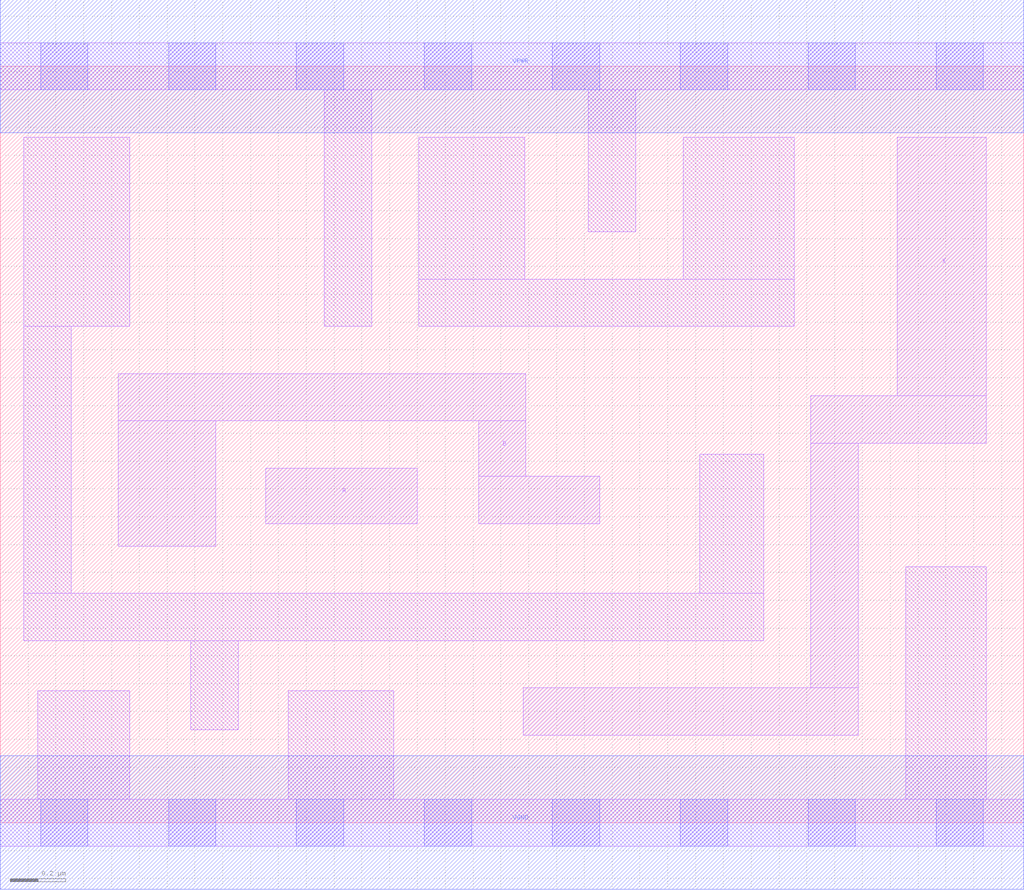
<source format=lef>
# Copyright 2020 The SkyWater PDK Authors
#
# Licensed under the Apache License, Version 2.0 (the "License");
# you may not use this file except in compliance with the License.
# You may obtain a copy of the License at
#
#     https://www.apache.org/licenses/LICENSE-2.0
#
# Unless required by applicable law or agreed to in writing, software
# distributed under the License is distributed on an "AS IS" BASIS,
# WITHOUT WARRANTIES OR CONDITIONS OF ANY KIND, either express or implied.
# See the License for the specific language governing permissions and
# limitations under the License.
#
# SPDX-License-Identifier: Apache-2.0

VERSION 5.7 ;
  NAMESCASESENSITIVE ON ;
  NOWIREEXTENSIONATPIN ON ;
  DIVIDERCHAR "/" ;
  BUSBITCHARS "[]" ;
UNITS
  DATABASE MICRONS 200 ;
END UNITS
PROPERTYDEFINITIONS
  MACRO maskLayoutSubType STRING ;
  MACRO prCellType STRING ;
  MACRO originalViewName STRING ;
END PROPERTYDEFINITIONS
MACRO sky130_fd_sc_hdll__xor2_1
  CLASS CORE ;
  FOREIGN sky130_fd_sc_hdll__xor2_1 ;
  ORIGIN  0.000000  0.000000 ;
  SIZE  3.680000 BY  2.720000 ;
  SYMMETRY X Y R90 ;
  SITE unithd ;
  PIN A
    ANTENNAGATEAREA  0.555000 ;
    DIRECTION INPUT ;
    USE SIGNAL ;
    PORT
      LAYER li1 ;
        RECT 0.955000 1.075000 1.500000 1.275000 ;
    END
  END A
  PIN B
    ANTENNAGATEAREA  0.555000 ;
    DIRECTION INPUT ;
    USE SIGNAL ;
    PORT
      LAYER li1 ;
        RECT 0.425000 0.995000 0.775000 1.445000 ;
        RECT 0.425000 1.445000 1.890000 1.615000 ;
        RECT 1.720000 1.075000 2.155000 1.245000 ;
        RECT 1.720000 1.245000 1.890000 1.445000 ;
    END
  END B
  PIN VGND
    ANTENNADIFFAREA  0.728000 ;
    DIRECTION INOUT ;
    USE SIGNAL ;
    PORT
      LAYER met1 ;
        RECT 0.000000 -0.240000 3.680000 0.240000 ;
    END
  END VGND
  PIN VPWR
    ANTENNADIFFAREA  0.560000 ;
    DIRECTION INOUT ;
    USE SIGNAL ;
    PORT
      LAYER met1 ;
        RECT 0.000000 2.480000 3.680000 2.960000 ;
    END
  END VPWR
  PIN X
    ANTENNADIFFAREA  0.996000 ;
    DIRECTION OUTPUT ;
    USE SIGNAL ;
    PORT
      LAYER li1 ;
        RECT 1.880000 0.315000 3.085000 0.485000 ;
        RECT 2.915000 0.485000 3.085000 1.365000 ;
        RECT 2.915000 1.365000 3.545000 1.535000 ;
        RECT 3.225000 1.535000 3.545000 2.465000 ;
    END
  END X
  OBS
    LAYER li1 ;
      RECT 0.000000 -0.085000 3.680000 0.085000 ;
      RECT 0.000000  2.635000 3.680000 2.805000 ;
      RECT 0.085000  0.655000 2.745000 0.825000 ;
      RECT 0.085000  0.825000 0.255000 1.785000 ;
      RECT 0.085000  1.785000 0.465000 2.465000 ;
      RECT 0.135000  0.085000 0.465000 0.475000 ;
      RECT 0.685000  0.335000 0.855000 0.655000 ;
      RECT 1.035000  0.085000 1.415000 0.475000 ;
      RECT 1.165000  1.785000 1.335000 2.635000 ;
      RECT 1.505000  1.785000 2.855000 1.955000 ;
      RECT 1.505000  1.955000 1.885000 2.465000 ;
      RECT 2.115000  2.125000 2.285000 2.635000 ;
      RECT 2.455000  1.955000 2.855000 2.465000 ;
      RECT 2.515000  0.825000 2.745000 1.325000 ;
      RECT 3.255000  0.085000 3.545000 0.920000 ;
    LAYER mcon ;
      RECT 0.145000 -0.085000 0.315000 0.085000 ;
      RECT 0.145000  2.635000 0.315000 2.805000 ;
      RECT 0.605000 -0.085000 0.775000 0.085000 ;
      RECT 0.605000  2.635000 0.775000 2.805000 ;
      RECT 1.065000 -0.085000 1.235000 0.085000 ;
      RECT 1.065000  2.635000 1.235000 2.805000 ;
      RECT 1.525000 -0.085000 1.695000 0.085000 ;
      RECT 1.525000  2.635000 1.695000 2.805000 ;
      RECT 1.985000 -0.085000 2.155000 0.085000 ;
      RECT 1.985000  2.635000 2.155000 2.805000 ;
      RECT 2.445000 -0.085000 2.615000 0.085000 ;
      RECT 2.445000  2.635000 2.615000 2.805000 ;
      RECT 2.905000 -0.085000 3.075000 0.085000 ;
      RECT 2.905000  2.635000 3.075000 2.805000 ;
      RECT 3.365000 -0.085000 3.535000 0.085000 ;
      RECT 3.365000  2.635000 3.535000 2.805000 ;
  END
  PROPERTY maskLayoutSubType "abstract" ;
  PROPERTY prCellType "standard" ;
  PROPERTY originalViewName "layout" ;
END sky130_fd_sc_hdll__xor2_1
END LIBRARY

</source>
